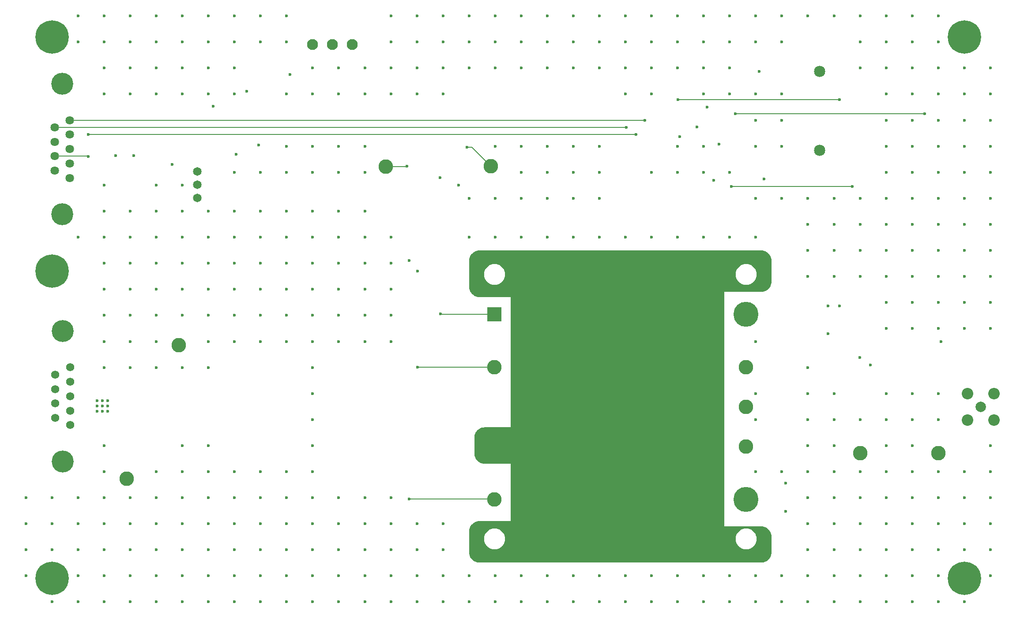
<source format=gbr>
%TF.GenerationSoftware,KiCad,Pcbnew,8.0.6*%
%TF.CreationDate,2025-06-02T13:03:20-04:00*%
%TF.ProjectId,CAEN_NEVIS_DAQ_3p3V,4341454e-5f4e-4455-9649-535f4441515f,rev?*%
%TF.SameCoordinates,Original*%
%TF.FileFunction,Copper,L4,Inr*%
%TF.FilePolarity,Positive*%
%FSLAX46Y46*%
G04 Gerber Fmt 4.6, Leading zero omitted, Abs format (unit mm)*
G04 Created by KiCad (PCBNEW 8.0.6) date 2025-06-02 13:03:20*
%MOMM*%
%LPD*%
G01*
G04 APERTURE LIST*
%TA.AperFunction,ComponentPad*%
%ADD10C,2.800000*%
%TD*%
%TA.AperFunction,ComponentPad*%
%ADD11C,6.400000*%
%TD*%
%TA.AperFunction,ComponentPad*%
%ADD12R,2.800000X2.800000*%
%TD*%
%TA.AperFunction,ComponentPad*%
%ADD13C,4.800000*%
%TD*%
%TA.AperFunction,ComponentPad*%
%ADD14C,2.159000*%
%TD*%
%TA.AperFunction,ComponentPad*%
%ADD15C,1.650000*%
%TD*%
%TA.AperFunction,ComponentPad*%
%ADD16C,1.635000*%
%TD*%
%TA.AperFunction,ComponentPad*%
%ADD17C,4.216000*%
%TD*%
%TA.AperFunction,ComponentPad*%
%ADD18C,2.006600*%
%TD*%
%TA.AperFunction,ComponentPad*%
%ADD19C,2.209800*%
%TD*%
%TA.AperFunction,ComponentPad*%
%ADD20C,1.560000*%
%TD*%
%TA.AperFunction,ComponentPad*%
%ADD21C,2.100000*%
%TD*%
%TA.AperFunction,ViaPad*%
%ADD22C,0.600000*%
%TD*%
%TA.AperFunction,ViaPad*%
%ADD23C,1.000000*%
%TD*%
%TA.AperFunction,Conductor*%
%ADD24C,0.200000*%
%TD*%
G04 APERTURE END LIST*
D10*
%TO.N,/V_SEC_RTN*%
%TO.C,Secondary RTN*%
X79340000Y-88210000D03*
%TD*%
%TO.N,/V_SEC_IN*%
%TO.C,Secondary PWR*%
X69340000Y-113850000D03*
%TD*%
D11*
%TO.N,GNDPWR*%
%TO.C,H5*%
X55000000Y-74000000D03*
%TD*%
D10*
%TO.N,/V_3p3_RTN*%
%TO.C,3.3V RTN*%
X210000000Y-109000000D03*
%TD*%
%TO.N,/V_3p3_Supply*%
%TO.C,3.3V*%
X225000000Y-109000000D03*
%TD*%
D12*
%TO.N,/Main_Converter/p12V*%
%TO.C,U1*%
X139890000Y-82255000D03*
D10*
%TO.N,Net-(U1-ON{slash}OFF)*%
X139890000Y-92415000D03*
%TO.N,GNDPWR*%
X139890000Y-107655000D03*
%TO.N,/Main_Converter/p12V_rtn*%
X139890000Y-117815000D03*
D13*
%TO.N,/V_3p3_RTN*%
X188140000Y-117815000D03*
D10*
X188140000Y-107655000D03*
%TO.N,unconnected-(U1-TRIM-Pad7)*%
X188140000Y-100035000D03*
%TO.N,/V_3p3_*%
X188140000Y-92415000D03*
D13*
X188140000Y-82255000D03*
%TD*%
D10*
%TO.N,/V_TELEM_RTN*%
%TO.C,TELEM RTN*%
X119060000Y-53890000D03*
%TD*%
%TO.N,/V_TELEM*%
%TO.C,TELEM PWR*%
X139140000Y-53870000D03*
%TD*%
D14*
%TO.N,Net-(M3-Pad3)*%
%TO.C,P2*%
X202210000Y-50790000D03*
%TD*%
%TO.N,Net-(P1-Pad1)*%
%TO.C,P1*%
X202250000Y-35660000D03*
%TD*%
D15*
%TO.N,Net-(U6-R)*%
%TO.C,J5*%
X82850000Y-59910000D03*
%TO.N,/EN_SIG*%
X82850000Y-57370000D03*
%TO.N,Net-(J5-Pad3)*%
X82850000Y-54830000D03*
%TD*%
D16*
%TO.N,/EN+*%
%TO.C,J4*%
X58400000Y-56090000D03*
%TO.N,/EN-*%
X58400000Y-53320000D03*
%TO.N,unconnected-(J4-Pad3)*%
X58400000Y-50550000D03*
%TO.N,/V_TELEM_RTN*%
X58400000Y-47780000D03*
%TO.N,/TEMP_Mon*%
X58400000Y-45010000D03*
%TO.N,/V_TELEM_RTN*%
X55560000Y-54705000D03*
%TO.N,/Volt_Mon*%
X55560000Y-51935000D03*
%TO.N,/V_TELEM_RTN*%
X55560000Y-49165000D03*
%TO.N,/Curr_Mon*%
X55560000Y-46395000D03*
D17*
%TO.N,GNDPWR*%
X56980000Y-38050000D03*
X56980000Y-63050000D03*
%TD*%
D18*
%TO.N,/V_3p3_Supply*%
%TO.C,J3*%
X233167999Y-100035000D03*
D19*
%TO.N,/V_3p3_RTN*%
X235707999Y-97495000D03*
X230627999Y-97495000D03*
X230627999Y-102575000D03*
X235707999Y-102575000D03*
%TD*%
D20*
%TO.N,/V_SEC_RTN*%
%TO.C,J2*%
X58480000Y-92490000D03*
X58480000Y-95260000D03*
%TO.N,unconnected-(J2-Pad3)*%
X58480000Y-98030000D03*
%TO.N,/V_SEC_RTN*%
X58480000Y-100800000D03*
X58480000Y-103570000D03*
%TO.N,/V_SEC_IN*%
X55640000Y-93875000D03*
X55640000Y-96645000D03*
X55640000Y-99415000D03*
X55640000Y-102185000D03*
D17*
%TO.N,GNDPWR*%
X57060000Y-85530000D03*
X57060000Y-110530000D03*
%TD*%
D21*
%TO.N,/V_TELEM*%
%TO.C,J1*%
X112570000Y-30510000D03*
%TO.N,/V_TELEM_RTN*%
X108760000Y-30510000D03*
%TO.N,/V_TELEM*%
X104950000Y-30510000D03*
%TD*%
D11*
%TO.N,GNDPWR*%
%TO.C,H4*%
X230000000Y-133000000D03*
%TD*%
%TO.N,GNDPWR*%
%TO.C,H3*%
X230000000Y-29000000D03*
%TD*%
%TO.N,GNDPWR*%
%TO.C,H2*%
X55000000Y-133000000D03*
%TD*%
%TO.N,GNDPWR*%
%TO.C,H1*%
X55000000Y-29000000D03*
%TD*%
D22*
%TO.N,/V_SEC_RTN*%
X195000000Y-112500000D03*
X190000000Y-112500000D03*
X190000000Y-102500000D03*
X190000000Y-97500000D03*
X190000000Y-87500000D03*
X200000000Y-92500000D03*
X200000000Y-97500000D03*
X205000000Y-97500000D03*
X200000000Y-102500000D03*
X205000000Y-102500000D03*
X210000000Y-102500000D03*
X215000000Y-97500000D03*
X225000000Y-97500000D03*
X220000000Y-97500000D03*
X215000000Y-102500000D03*
X225000000Y-102500000D03*
X220000000Y-102500000D03*
%TO.N,/V_TELEM_RTN*%
X60000000Y-30000000D03*
X60000000Y-25000000D03*
X100000000Y-30000000D03*
X100000000Y-25000000D03*
X95000000Y-30000000D03*
X95000000Y-25000000D03*
X75000000Y-25000000D03*
X80000000Y-25000000D03*
X90000000Y-25000000D03*
X65000000Y-25000000D03*
X85000000Y-25000000D03*
X70000000Y-25000000D03*
X75000000Y-30000000D03*
X80000000Y-30000000D03*
X90000000Y-30000000D03*
X65000000Y-30000000D03*
X85000000Y-30000000D03*
X70000000Y-30000000D03*
X75000000Y-40000000D03*
X65000000Y-40000000D03*
X65000000Y-35000000D03*
X75000000Y-35000000D03*
X70000000Y-35000000D03*
X70000000Y-40000000D03*
X90000000Y-40000000D03*
X85000000Y-35000000D03*
X90000000Y-35000000D03*
X80000000Y-35000000D03*
X80000000Y-40000000D03*
X85000000Y-40000000D03*
X195000000Y-50000000D03*
X190000000Y-50000000D03*
X190000000Y-45000000D03*
X195000000Y-45000000D03*
X195000000Y-40000000D03*
X190000000Y-40000000D03*
X175000000Y-50000000D03*
X180000000Y-50000000D03*
X185000000Y-55000000D03*
X180000000Y-55000000D03*
X175000000Y-55000000D03*
X170000000Y-55000000D03*
X140000000Y-50000000D03*
X150000000Y-50000000D03*
X145000000Y-50000000D03*
X160000000Y-50000000D03*
X155000000Y-50000000D03*
X150000000Y-55000000D03*
X145000000Y-55000000D03*
X160000000Y-55000000D03*
X155000000Y-55000000D03*
X135000000Y-60000000D03*
X140000000Y-60000000D03*
X145000000Y-60000000D03*
X150000000Y-60000000D03*
X155000000Y-60000000D03*
X160000000Y-60000000D03*
X190000000Y-60000000D03*
X195000000Y-60000000D03*
X200000000Y-65000000D03*
X200000000Y-70000000D03*
X200000000Y-60000000D03*
X200000000Y-75000000D03*
X210000000Y-60000000D03*
X205000000Y-60000000D03*
X210000000Y-65000000D03*
X205000000Y-65000000D03*
X210000000Y-70000000D03*
X205000000Y-70000000D03*
X210000000Y-75000000D03*
X205000000Y-75000000D03*
X235000000Y-85000000D03*
X220000000Y-85000000D03*
X225000000Y-85000000D03*
X225000000Y-80000000D03*
X215000000Y-85000000D03*
X235000000Y-80000000D03*
X230000000Y-85000000D03*
X220000000Y-80000000D03*
X230000000Y-80000000D03*
X215000000Y-80000000D03*
X235000000Y-75000000D03*
X220000000Y-75000000D03*
X225000000Y-75000000D03*
X225000000Y-70000000D03*
X215000000Y-75000000D03*
X235000000Y-70000000D03*
X230000000Y-75000000D03*
X220000000Y-70000000D03*
X230000000Y-70000000D03*
X215000000Y-70000000D03*
X235000000Y-65000000D03*
X220000000Y-65000000D03*
X225000000Y-65000000D03*
X225000000Y-60000000D03*
X215000000Y-65000000D03*
X235000000Y-60000000D03*
X230000000Y-65000000D03*
X220000000Y-60000000D03*
X230000000Y-60000000D03*
X215000000Y-60000000D03*
X230000000Y-55000000D03*
X215000000Y-55000000D03*
X235000000Y-55000000D03*
X220000000Y-55000000D03*
X225000000Y-55000000D03*
X230000000Y-50000000D03*
X215000000Y-50000000D03*
X235000000Y-50000000D03*
X220000000Y-50000000D03*
X225000000Y-50000000D03*
X230000000Y-45000000D03*
X215000000Y-45000000D03*
X235000000Y-45000000D03*
X220000000Y-45000000D03*
X225000000Y-45000000D03*
X215000000Y-40000000D03*
X220000000Y-40000000D03*
X235000000Y-40000000D03*
X230000000Y-40000000D03*
X225000000Y-40000000D03*
X235000000Y-35000000D03*
X230000000Y-35000000D03*
X225000000Y-25000000D03*
X225000000Y-35000000D03*
X225000000Y-30000000D03*
X205000000Y-25000000D03*
X200000000Y-25000000D03*
X215000000Y-35000000D03*
X220000000Y-25000000D03*
X220000000Y-30000000D03*
X210000000Y-25000000D03*
X215000000Y-30000000D03*
X210000000Y-30000000D03*
X220000000Y-35000000D03*
X210000000Y-35000000D03*
X215000000Y-25000000D03*
X195000000Y-25000000D03*
X195000000Y-30000000D03*
X190000000Y-30000000D03*
X190000000Y-25000000D03*
X180000000Y-40000000D03*
X185000000Y-40000000D03*
X180000000Y-25000000D03*
X185000000Y-25000000D03*
X175000000Y-25000000D03*
X185000000Y-30000000D03*
X180000000Y-30000000D03*
X175000000Y-30000000D03*
X185000000Y-35000000D03*
X180000000Y-35000000D03*
X175000000Y-35000000D03*
X170000000Y-25000000D03*
X165000000Y-25000000D03*
X145000000Y-25000000D03*
X140000000Y-25000000D03*
X160000000Y-25000000D03*
X130000000Y-25000000D03*
X155000000Y-25000000D03*
X150000000Y-25000000D03*
X135000000Y-25000000D03*
X125000000Y-25000000D03*
X120000000Y-25000000D03*
X170000000Y-30000000D03*
X165000000Y-30000000D03*
X145000000Y-30000000D03*
X140000000Y-30000000D03*
X160000000Y-30000000D03*
X130000000Y-30000000D03*
X155000000Y-30000000D03*
X150000000Y-30000000D03*
X135000000Y-30000000D03*
X125000000Y-30000000D03*
X120000000Y-30000000D03*
X130000000Y-35000000D03*
X135000000Y-35000000D03*
X120000000Y-35000000D03*
X125000000Y-35000000D03*
X115000000Y-35000000D03*
X105000000Y-35000000D03*
X110000000Y-35000000D03*
X155000000Y-35000000D03*
X150000000Y-35000000D03*
X170000000Y-35000000D03*
X160000000Y-35000000D03*
X145000000Y-35000000D03*
X140000000Y-35000000D03*
X165000000Y-35000000D03*
X170000000Y-40000000D03*
X165000000Y-40000000D03*
X120000000Y-40000000D03*
X125000000Y-40000000D03*
X130000000Y-40000000D03*
X115000000Y-40000000D03*
X100000000Y-40000000D03*
X105000000Y-40000000D03*
X110000000Y-40000000D03*
X115000000Y-50000000D03*
X100000000Y-50000000D03*
X105000000Y-50000000D03*
X110000000Y-50000000D03*
X110000000Y-55000000D03*
X100000000Y-55000000D03*
X95000000Y-55000000D03*
X115000000Y-55000000D03*
X105000000Y-55000000D03*
X90000000Y-55000000D03*
X80000000Y-57500000D03*
X75000000Y-57500000D03*
X65000000Y-57500000D03*
X60000000Y-67500000D03*
X105000000Y-62500000D03*
X115000000Y-62500000D03*
X90000000Y-62500000D03*
X85000000Y-62500000D03*
X100000000Y-62500000D03*
X95000000Y-62500000D03*
X110000000Y-62500000D03*
X70000000Y-62500000D03*
X80000000Y-62500000D03*
X75000000Y-62500000D03*
X65000000Y-62500000D03*
X105000000Y-67500000D03*
X115000000Y-67500000D03*
X90000000Y-67500000D03*
X85000000Y-67500000D03*
X100000000Y-67500000D03*
X95000000Y-67500000D03*
X110000000Y-67500000D03*
X70000000Y-67500000D03*
X80000000Y-67500000D03*
X75000000Y-67500000D03*
X65000000Y-67500000D03*
%TO.N,/V_SEC_RTN*%
X120000000Y-72500000D03*
%TO.N,/V_TELEM_RTN*%
X110000000Y-72500000D03*
X115000000Y-72500000D03*
X105000000Y-72500000D03*
X90000000Y-72500000D03*
X100000000Y-72500000D03*
X95000000Y-72500000D03*
X85000000Y-72500000D03*
X80000000Y-72500000D03*
X75000000Y-72500000D03*
X70000000Y-72500000D03*
X65000000Y-72500000D03*
%TO.N,/V_SEC_RTN*%
X185000000Y-67500000D03*
X175000000Y-67500000D03*
X180000000Y-67500000D03*
X190000000Y-67500000D03*
X170000000Y-67500000D03*
X160000000Y-67500000D03*
X165000000Y-67500000D03*
X155000000Y-67500000D03*
X150000000Y-67500000D03*
X145000000Y-67500000D03*
X140000000Y-67500000D03*
X135000000Y-67500000D03*
X120000000Y-67500000D03*
X105000000Y-92500000D03*
X80000000Y-92500000D03*
X85000000Y-92500000D03*
X65000000Y-92500000D03*
X75000000Y-92500000D03*
X70000000Y-92500000D03*
X95000000Y-82500000D03*
X115000000Y-77500000D03*
X90000000Y-87500000D03*
X75000000Y-87500000D03*
X100000000Y-87500000D03*
X70000000Y-87500000D03*
X65000000Y-87500000D03*
X115000000Y-87500000D03*
X70000000Y-77500000D03*
X95000000Y-87500000D03*
X65000000Y-82500000D03*
X110000000Y-87500000D03*
X65000000Y-77500000D03*
X105000000Y-87500000D03*
X120000000Y-87500000D03*
X85000000Y-87500000D03*
X90000000Y-82500000D03*
X105000000Y-82500000D03*
X85000000Y-82500000D03*
X110000000Y-82500000D03*
X100000000Y-77500000D03*
X100000000Y-82500000D03*
X105000000Y-77500000D03*
X90000000Y-77500000D03*
X95000000Y-77500000D03*
X110000000Y-77500000D03*
X75000000Y-77500000D03*
X70000000Y-82500000D03*
X120000000Y-82500000D03*
X85000000Y-77500000D03*
X80000000Y-77500000D03*
X120000000Y-77500000D03*
X115000000Y-82500000D03*
X75000000Y-82500000D03*
X80000000Y-82500000D03*
X105000000Y-97500000D03*
X105000000Y-102500000D03*
X105000000Y-107500000D03*
X80000000Y-107500000D03*
X85000000Y-107500000D03*
X65000000Y-107500000D03*
X65000000Y-112500000D03*
X75000000Y-112500000D03*
X95000000Y-112500000D03*
X90000000Y-112500000D03*
X100000000Y-112500000D03*
X80000000Y-112500000D03*
X105000000Y-112500000D03*
X85000000Y-112500000D03*
X95000000Y-117500000D03*
X95000000Y-127500000D03*
X115000000Y-122500000D03*
X110000000Y-117500000D03*
X110000000Y-127500000D03*
X100000000Y-127500000D03*
X105000000Y-122500000D03*
X100000000Y-117500000D03*
X95000000Y-122500000D03*
X110000000Y-122500000D03*
X105000000Y-127500000D03*
X105000000Y-117500000D03*
X100000000Y-122500000D03*
X115000000Y-117500000D03*
X120000000Y-117500000D03*
X130000000Y-127500000D03*
X120000000Y-122500000D03*
X115000000Y-127500000D03*
X130000000Y-122500000D03*
X125000000Y-122500000D03*
X120000000Y-127500000D03*
X125000000Y-127500000D03*
X90000000Y-122500000D03*
X85000000Y-117500000D03*
X85000000Y-127500000D03*
X75000000Y-127500000D03*
X80000000Y-122500000D03*
X75000000Y-117500000D03*
X85000000Y-122500000D03*
X80000000Y-127500000D03*
X80000000Y-117500000D03*
X75000000Y-122500000D03*
X90000000Y-117500000D03*
X90000000Y-127500000D03*
X70000000Y-117500000D03*
X70000000Y-127500000D03*
X70000000Y-122500000D03*
X65000000Y-117500000D03*
X65000000Y-127500000D03*
X65000000Y-122500000D03*
X60000000Y-117500000D03*
X60000000Y-127500000D03*
X60000000Y-122500000D03*
X55000000Y-117500000D03*
X55000000Y-127500000D03*
X55000000Y-122500000D03*
X50000000Y-117500000D03*
X50000000Y-122500000D03*
X50000000Y-127500000D03*
X50000000Y-132500000D03*
X55000000Y-137500000D03*
X125000000Y-132500000D03*
X110000000Y-132500000D03*
X130000000Y-132500000D03*
X155000000Y-132500000D03*
X120000000Y-132500000D03*
X160000000Y-132500000D03*
X150000000Y-132500000D03*
X145000000Y-132500000D03*
X115000000Y-132500000D03*
X165000000Y-132500000D03*
X140000000Y-132500000D03*
X135000000Y-132500000D03*
X105000000Y-132500000D03*
X95000000Y-132500000D03*
X85000000Y-132500000D03*
X90000000Y-132500000D03*
X75000000Y-132500000D03*
X100000000Y-132500000D03*
X80000000Y-132500000D03*
X70000000Y-132500000D03*
X65000000Y-132500000D03*
X60000000Y-132500000D03*
X180000000Y-132500000D03*
X195000000Y-132500000D03*
X185000000Y-132500000D03*
X170000000Y-132500000D03*
X175000000Y-132500000D03*
X190000000Y-132500000D03*
X210000000Y-132500000D03*
X215000000Y-132500000D03*
X200000000Y-132500000D03*
X205000000Y-132500000D03*
X220000000Y-132500000D03*
X225000000Y-132500000D03*
X220000000Y-107500000D03*
X215000000Y-107500000D03*
X200000000Y-107500000D03*
X205000000Y-107500000D03*
X200000000Y-122500000D03*
X200000000Y-127500000D03*
X200000000Y-117500000D03*
X200000000Y-112500000D03*
X205000000Y-122500000D03*
X205000000Y-127500000D03*
X205000000Y-117500000D03*
X205000000Y-112500000D03*
X210000000Y-122500000D03*
X210000000Y-127500000D03*
X210000000Y-117500000D03*
X210000000Y-112500000D03*
X215000000Y-122500000D03*
X215000000Y-127500000D03*
X215000000Y-117500000D03*
X215000000Y-112500000D03*
X220000000Y-122500000D03*
X220000000Y-127500000D03*
X220000000Y-117500000D03*
X220000000Y-112500000D03*
X225000000Y-122500000D03*
X225000000Y-127500000D03*
X225000000Y-117500000D03*
X225000000Y-112500000D03*
X230000000Y-122500000D03*
X230000000Y-127500000D03*
X230000000Y-117500000D03*
X230000000Y-112500000D03*
X235000000Y-112500000D03*
X235000000Y-107500000D03*
X235000000Y-122500000D03*
X235000000Y-117500000D03*
X235000000Y-127500000D03*
X235000000Y-132500000D03*
X225000000Y-137500000D03*
X230000000Y-137500000D03*
X220000000Y-137500000D03*
X205000000Y-137500000D03*
X190000000Y-137500000D03*
X210000000Y-137500000D03*
X200000000Y-137500000D03*
X195000000Y-137500000D03*
X215000000Y-137500000D03*
X185000000Y-137500000D03*
X175000000Y-137500000D03*
X165000000Y-137500000D03*
X170000000Y-137500000D03*
X155000000Y-137500000D03*
X180000000Y-137500000D03*
X160000000Y-137500000D03*
X150000000Y-137500000D03*
X145000000Y-137500000D03*
X140000000Y-137500000D03*
X135000000Y-137500000D03*
X125000000Y-137500000D03*
X130000000Y-137500000D03*
X115000000Y-137500000D03*
X120000000Y-137500000D03*
X110000000Y-137500000D03*
X105000000Y-137500000D03*
X100000000Y-137500000D03*
X95000000Y-137500000D03*
X90000000Y-137500000D03*
X85000000Y-137500000D03*
X80000000Y-137500000D03*
X75000000Y-137500000D03*
X70000000Y-137500000D03*
X65000000Y-137500000D03*
X60000000Y-137500000D03*
D23*
%TO.N,GNDPWR*%
X165600000Y-120000000D03*
X160600000Y-125000000D03*
X145600000Y-125000000D03*
X155600000Y-120000000D03*
X175600000Y-120000000D03*
X155600000Y-125000000D03*
X165600000Y-125000000D03*
X170600000Y-120000000D03*
X145600000Y-120000000D03*
X160600000Y-120000000D03*
X180600000Y-125000000D03*
X175600000Y-125000000D03*
X170600000Y-125000000D03*
X150600000Y-125000000D03*
X150600000Y-115000000D03*
X150600000Y-120000000D03*
X145600000Y-115000000D03*
X165600000Y-115000000D03*
X175600000Y-115000000D03*
X170600000Y-115000000D03*
X155600000Y-115000000D03*
X180600000Y-120000000D03*
X180600000Y-115000000D03*
X160600000Y-115000000D03*
X155600000Y-105000000D03*
X160600000Y-105000000D03*
X170600000Y-105000000D03*
X160600000Y-110000000D03*
X175600000Y-105000000D03*
X165600000Y-105000000D03*
X180600000Y-110000000D03*
X155600000Y-110000000D03*
X160600000Y-95000000D03*
X155600000Y-95000000D03*
X145600000Y-105000000D03*
X165600000Y-110000000D03*
X145600000Y-110000000D03*
X180600000Y-105000000D03*
X175600000Y-110000000D03*
X170600000Y-110000000D03*
X150600000Y-110000000D03*
X150600000Y-105000000D03*
X165600000Y-95000000D03*
X175600000Y-95000000D03*
X180600000Y-100000000D03*
X160600000Y-100000000D03*
X170600000Y-95000000D03*
X145600000Y-95000000D03*
X145600000Y-100000000D03*
X180600000Y-95000000D03*
X175600000Y-100000000D03*
X170600000Y-100000000D03*
X150600000Y-100000000D03*
X150600000Y-95000000D03*
X155600000Y-100000000D03*
X165600000Y-100000000D03*
X160600000Y-85000000D03*
X155600000Y-85000000D03*
X165600000Y-85000000D03*
X175600000Y-85000000D03*
X180600000Y-90000000D03*
X160600000Y-90000000D03*
X170600000Y-85000000D03*
X145600000Y-85000000D03*
X145600000Y-90000000D03*
X180600000Y-85000000D03*
X175600000Y-90000000D03*
X170600000Y-90000000D03*
X150600000Y-90000000D03*
X150600000Y-85000000D03*
X155600000Y-90000000D03*
X165600000Y-90000000D03*
X160600000Y-80000000D03*
X155600000Y-80000000D03*
X165600000Y-80000000D03*
X175600000Y-80000000D03*
X170600000Y-80000000D03*
X145600000Y-80000000D03*
X180600000Y-80000000D03*
X150600000Y-80000000D03*
X180600000Y-75000000D03*
X175600000Y-75000000D03*
X165600000Y-75000000D03*
X170600000Y-75000000D03*
X155600000Y-75000000D03*
X160600000Y-75000000D03*
X150600000Y-75000000D03*
X145600000Y-75000000D03*
D22*
%TO.N,/Main_Converter/p12V*%
X129510000Y-82250000D03*
%TO.N,/Curr_Mon*%
X165180000Y-46395000D03*
%TO.N,/Volt_Mon*%
X167060000Y-47780000D03*
X61950000Y-47780000D03*
X61950000Y-51940000D03*
%TO.N,/TEMP_Mon*%
X168740000Y-45010000D03*
%TO.N,/V_3p3_RTN*%
X195740000Y-114710000D03*
%TO.N,GNDPWR*%
X195740000Y-120100000D03*
%TO.N,/V_TELEM_RTN*%
X175370000Y-48180000D03*
%TO.N,/Telemetry_CKT/V_3p3*%
X178720000Y-46280000D03*
%TO.N,/V_TELEM_RTN*%
X180680000Y-42480000D03*
%TO.N,/Telemetry_CKT/TEMP*%
X175110000Y-41070000D03*
X206020000Y-41070000D03*
X206016577Y-80710531D03*
%TO.N,/V_TELEM*%
X190660000Y-35650000D03*
%TO.N,/V_TELEM_RTN*%
X191550000Y-56280000D03*
X182970000Y-49590000D03*
%TO.N,Net-(U4A-+INA)*%
X186060000Y-43740000D03*
X222360000Y-43780000D03*
%TO.N,/V_TELEM_RTN*%
X203895000Y-86000000D03*
X225490000Y-87530000D03*
%TO.N,Net-(U3-OUT)*%
X185330000Y-57730000D03*
X208500000Y-57730000D03*
%TO.N,/V_TELEM*%
X203895000Y-80705000D03*
%TO.N,/V_TELEM_RTN*%
X90290000Y-51528750D03*
%TO.N,/Telemetry_CKT/V_3p3*%
X78060000Y-53520000D03*
%TO.N,/V_TELEM_RTN*%
X67240000Y-51790000D03*
%TO.N,/Telemetry_CKT/V_3p3*%
X70660000Y-51810000D03*
%TO.N,/V_TELEM*%
X94625000Y-49768750D03*
%TO.N,/V_TELEM_RTN*%
X85925000Y-42348750D03*
%TO.N,/Main_Converter/p12V_rtn*%
X123515000Y-117775000D03*
%TO.N,Net-(U1-ON{slash}OFF)*%
X125115000Y-92445000D03*
%TO.N,/V_TELEM_RTN*%
X100620000Y-36243750D03*
%TO.N,/Telemetry_CKT/V_3p3*%
X92320000Y-39413750D03*
%TO.N,/V_TELEM_RTN*%
X181920000Y-56560000D03*
%TO.N,/Telemetry_CKT/V_3p3*%
X209942500Y-90557500D03*
%TO.N,/V_TELEM_RTN*%
X211992500Y-92067500D03*
%TO.N,/Main_Converter/p12V_rtn*%
X123515000Y-71945000D03*
%TO.N,Net-(U1-ON{slash}OFF)*%
X125115000Y-73965000D03*
%TO.N,/V_TELEM*%
X132995000Y-57515000D03*
%TO.N,/V_TELEM_RTN*%
X123085000Y-53875000D03*
X129445000Y-56015000D03*
%TO.N,/V_TELEM*%
X134635000Y-50235000D03*
%TO.N,/V_SEC_RTN*%
X65640000Y-100915000D03*
X65640000Y-99915000D03*
X65640000Y-98915000D03*
X64640000Y-98915000D03*
X64640000Y-99915000D03*
X64640000Y-100915000D03*
X63640000Y-100915000D03*
X63640000Y-99915000D03*
X63640000Y-98915000D03*
%TD*%
D24*
%TO.N,/Main_Converter/p12V*%
X129515000Y-82255000D02*
X129510000Y-82250000D01*
X139890000Y-82255000D02*
X129515000Y-82255000D01*
%TO.N,/Volt_Mon*%
X165190000Y-47780000D02*
X167060000Y-47780000D01*
X61950000Y-47780000D02*
X165190000Y-47780000D01*
X61945000Y-51935000D02*
X61950000Y-51940000D01*
X55560000Y-51935000D02*
X61945000Y-51935000D01*
%TO.N,/Curr_Mon*%
X55560000Y-46395000D02*
X165180000Y-46395000D01*
%TO.N,/TEMP_Mon*%
X58400000Y-45010000D02*
X168740000Y-45010000D01*
%TO.N,/Telemetry_CKT/TEMP*%
X206020000Y-41070000D02*
X175110000Y-41070000D01*
%TO.N,Net-(U4A-+INA)*%
X186100000Y-43780000D02*
X186060000Y-43740000D01*
X222360000Y-43780000D02*
X186100000Y-43780000D01*
%TO.N,Net-(U3-OUT)*%
X185330000Y-57730000D02*
X185320000Y-57730000D01*
X208500000Y-57730000D02*
X185330000Y-57730000D01*
%TO.N,/V_TELEM*%
X135505000Y-50235000D02*
X139140000Y-53870000D01*
X134635000Y-50235000D02*
X135505000Y-50235000D01*
%TO.N,/V_TELEM_RTN*%
X123070000Y-53890000D02*
X119060000Y-53890000D01*
%TO.N,/Main_Converter/p12V_rtn*%
X139850000Y-117775000D02*
X139890000Y-117815000D01*
X123515000Y-117775000D02*
X139850000Y-117775000D01*
%TO.N,Net-(U1-ON{slash}OFF)*%
X139860000Y-92445000D02*
X139890000Y-92415000D01*
X125115000Y-92445000D02*
X139860000Y-92445000D01*
%TO.N,/V_TELEM_RTN*%
X123080000Y-53870000D02*
X123085000Y-53875000D01*
%TD*%
%TA.AperFunction,Conductor*%
%TO.N,GNDPWR*%
G36*
X191004418Y-70000316D02*
G01*
X191275790Y-70019724D01*
X191293291Y-70022241D01*
X191554803Y-70079129D01*
X191571762Y-70084108D01*
X191822524Y-70177638D01*
X191838616Y-70184987D01*
X192073501Y-70313244D01*
X192088375Y-70322802D01*
X192302624Y-70483188D01*
X192315994Y-70494774D01*
X192505225Y-70684005D01*
X192516811Y-70697375D01*
X192677193Y-70911619D01*
X192686758Y-70926503D01*
X192815011Y-71161382D01*
X192822361Y-71177475D01*
X192915888Y-71428229D01*
X192920872Y-71445205D01*
X192977757Y-71706702D01*
X192980275Y-71724214D01*
X192999684Y-71995581D01*
X193000000Y-72004427D01*
X193000000Y-75995572D01*
X192999684Y-76004418D01*
X192980275Y-76275785D01*
X192977757Y-76293297D01*
X192920872Y-76554794D01*
X192915888Y-76571770D01*
X192822361Y-76822524D01*
X192815011Y-76838617D01*
X192686758Y-77073496D01*
X192677193Y-77088380D01*
X192516811Y-77302624D01*
X192505225Y-77315994D01*
X192315994Y-77505225D01*
X192302624Y-77516811D01*
X192088380Y-77677193D01*
X192073496Y-77686758D01*
X191838617Y-77815011D01*
X191822524Y-77822361D01*
X191571770Y-77915888D01*
X191554794Y-77920872D01*
X191293297Y-77977757D01*
X191275785Y-77980275D01*
X191004418Y-77999684D01*
X190995572Y-78000000D01*
X184000000Y-78000000D01*
X184000000Y-123000000D01*
X190995572Y-123000000D01*
X191004418Y-123000316D01*
X191275790Y-123019724D01*
X191293291Y-123022241D01*
X191554803Y-123079129D01*
X191571762Y-123084108D01*
X191822087Y-123177475D01*
X191822524Y-123177638D01*
X191838616Y-123184987D01*
X192073501Y-123313244D01*
X192088375Y-123322802D01*
X192240303Y-123436535D01*
X192302624Y-123483188D01*
X192315994Y-123494774D01*
X192505225Y-123684005D01*
X192516811Y-123697375D01*
X192677193Y-123911619D01*
X192686758Y-123926503D01*
X192815011Y-124161382D01*
X192822361Y-124177475D01*
X192915888Y-124428229D01*
X192920872Y-124445205D01*
X192977757Y-124706702D01*
X192980275Y-124724214D01*
X192999684Y-124995581D01*
X193000000Y-125004427D01*
X193000000Y-127995572D01*
X192999684Y-128004418D01*
X192980275Y-128275785D01*
X192977757Y-128293297D01*
X192920872Y-128554794D01*
X192915888Y-128571770D01*
X192822361Y-128822524D01*
X192815011Y-128838617D01*
X192686758Y-129073496D01*
X192677193Y-129088380D01*
X192516811Y-129302624D01*
X192505225Y-129315994D01*
X192315994Y-129505225D01*
X192302624Y-129516811D01*
X192088380Y-129677193D01*
X192073496Y-129686758D01*
X191838617Y-129815011D01*
X191822524Y-129822361D01*
X191571770Y-129915888D01*
X191554794Y-129920872D01*
X191293297Y-129977757D01*
X191275785Y-129980275D01*
X191004418Y-129999684D01*
X190995572Y-130000000D01*
X137004428Y-130000000D01*
X136995582Y-129999684D01*
X136724214Y-129980275D01*
X136706702Y-129977757D01*
X136445205Y-129920872D01*
X136428229Y-129915888D01*
X136177475Y-129822361D01*
X136161382Y-129815011D01*
X135926503Y-129686758D01*
X135911619Y-129677193D01*
X135697375Y-129516811D01*
X135684005Y-129505225D01*
X135494774Y-129315994D01*
X135483188Y-129302624D01*
X135322802Y-129088375D01*
X135313244Y-129073501D01*
X135184987Y-128838616D01*
X135177638Y-128822524D01*
X135084108Y-128571762D01*
X135079129Y-128554803D01*
X135022241Y-128293291D01*
X135019724Y-128275785D01*
X135000316Y-128004418D01*
X135000000Y-127995572D01*
X135000000Y-125303872D01*
X137889500Y-125303872D01*
X137889500Y-125566127D01*
X137916123Y-125768339D01*
X137923730Y-125826116D01*
X137991602Y-126079418D01*
X137991605Y-126079428D01*
X138091953Y-126321690D01*
X138091958Y-126321700D01*
X138223075Y-126548803D01*
X138382718Y-126756851D01*
X138382726Y-126756860D01*
X138568140Y-126942274D01*
X138568148Y-126942281D01*
X138776196Y-127101924D01*
X139003299Y-127233041D01*
X139003309Y-127233046D01*
X139245571Y-127333394D01*
X139245581Y-127333398D01*
X139498884Y-127401270D01*
X139758880Y-127435500D01*
X139758887Y-127435500D01*
X140021113Y-127435500D01*
X140021120Y-127435500D01*
X140281116Y-127401270D01*
X140534419Y-127333398D01*
X140776697Y-127233043D01*
X141003803Y-127101924D01*
X141211851Y-126942282D01*
X141211855Y-126942277D01*
X141211860Y-126942274D01*
X141397274Y-126756860D01*
X141397277Y-126756855D01*
X141397282Y-126756851D01*
X141556924Y-126548803D01*
X141688043Y-126321697D01*
X141788398Y-126079419D01*
X141856270Y-125826116D01*
X141890500Y-125566120D01*
X141890500Y-125303880D01*
X141890499Y-125303872D01*
X186139500Y-125303872D01*
X186139500Y-125566127D01*
X186166123Y-125768339D01*
X186173730Y-125826116D01*
X186241602Y-126079418D01*
X186241605Y-126079428D01*
X186341953Y-126321690D01*
X186341958Y-126321700D01*
X186473075Y-126548803D01*
X186632718Y-126756851D01*
X186632726Y-126756860D01*
X186818140Y-126942274D01*
X186818148Y-126942281D01*
X187026196Y-127101924D01*
X187253299Y-127233041D01*
X187253309Y-127233046D01*
X187495571Y-127333394D01*
X187495581Y-127333398D01*
X187748884Y-127401270D01*
X188008880Y-127435500D01*
X188008887Y-127435500D01*
X188271113Y-127435500D01*
X188271120Y-127435500D01*
X188531116Y-127401270D01*
X188784419Y-127333398D01*
X189026697Y-127233043D01*
X189253803Y-127101924D01*
X189461851Y-126942282D01*
X189461855Y-126942277D01*
X189461860Y-126942274D01*
X189647274Y-126756860D01*
X189647277Y-126756855D01*
X189647282Y-126756851D01*
X189806924Y-126548803D01*
X189938043Y-126321697D01*
X190038398Y-126079419D01*
X190106270Y-125826116D01*
X190140500Y-125566120D01*
X190140500Y-125303880D01*
X190106270Y-125043884D01*
X190038398Y-124790581D01*
X190003654Y-124706702D01*
X189938046Y-124548309D01*
X189938041Y-124548299D01*
X189806924Y-124321196D01*
X189647281Y-124113148D01*
X189647274Y-124113140D01*
X189461860Y-123927726D01*
X189461851Y-123927718D01*
X189253803Y-123768075D01*
X189026700Y-123636958D01*
X189026690Y-123636953D01*
X188784428Y-123536605D01*
X188784421Y-123536603D01*
X188784419Y-123536602D01*
X188531116Y-123468730D01*
X188473339Y-123461123D01*
X188271127Y-123434500D01*
X188271120Y-123434500D01*
X188008880Y-123434500D01*
X188008872Y-123434500D01*
X187777772Y-123464926D01*
X187748884Y-123468730D01*
X187495581Y-123536602D01*
X187495571Y-123536605D01*
X187253309Y-123636953D01*
X187253299Y-123636958D01*
X187026196Y-123768075D01*
X186818148Y-123927718D01*
X186632718Y-124113148D01*
X186473075Y-124321196D01*
X186341958Y-124548299D01*
X186341953Y-124548309D01*
X186241605Y-124790571D01*
X186241602Y-124790581D01*
X186184303Y-125004427D01*
X186173730Y-125043885D01*
X186139500Y-125303872D01*
X141890499Y-125303872D01*
X141856270Y-125043884D01*
X141788398Y-124790581D01*
X141753654Y-124706702D01*
X141688046Y-124548309D01*
X141688041Y-124548299D01*
X141556924Y-124321196D01*
X141397281Y-124113148D01*
X141397274Y-124113140D01*
X141211860Y-123927726D01*
X141211851Y-123927718D01*
X141003803Y-123768075D01*
X140776700Y-123636958D01*
X140776690Y-123636953D01*
X140534428Y-123536605D01*
X140534421Y-123536603D01*
X140534419Y-123536602D01*
X140281116Y-123468730D01*
X140223339Y-123461123D01*
X140021127Y-123434500D01*
X140021120Y-123434500D01*
X139758880Y-123434500D01*
X139758872Y-123434500D01*
X139527772Y-123464926D01*
X139498884Y-123468730D01*
X139245581Y-123536602D01*
X139245571Y-123536605D01*
X139003309Y-123636953D01*
X139003299Y-123636958D01*
X138776196Y-123768075D01*
X138568148Y-123927718D01*
X138382718Y-124113148D01*
X138223075Y-124321196D01*
X138091958Y-124548299D01*
X138091953Y-124548309D01*
X137991605Y-124790571D01*
X137991602Y-124790581D01*
X137934303Y-125004427D01*
X137923730Y-125043885D01*
X137889500Y-125303872D01*
X135000000Y-125303872D01*
X135000000Y-124004427D01*
X135000316Y-123995581D01*
X135005170Y-123927718D01*
X135019724Y-123724207D01*
X135022240Y-123706710D01*
X135079130Y-123445192D01*
X135084107Y-123428241D01*
X135177640Y-123177470D01*
X135184985Y-123161388D01*
X135313248Y-122926491D01*
X135322798Y-122911630D01*
X135483195Y-122697366D01*
X135494767Y-122684012D01*
X135684012Y-122494767D01*
X135697366Y-122483195D01*
X135911630Y-122322798D01*
X135926491Y-122313248D01*
X136161388Y-122184985D01*
X136177470Y-122177640D01*
X136428241Y-122084107D01*
X136445192Y-122079130D01*
X136706710Y-122022240D01*
X136724207Y-122019724D01*
X136995582Y-122000316D01*
X137004428Y-122000000D01*
X141000000Y-122000000D01*
X143000000Y-122000000D01*
X143000000Y-111000000D01*
X141000002Y-111000000D01*
X138004428Y-111000000D01*
X137995582Y-110999684D01*
X137724214Y-110980275D01*
X137706702Y-110977757D01*
X137445205Y-110920872D01*
X137428229Y-110915888D01*
X137177475Y-110822361D01*
X137161382Y-110815011D01*
X136926503Y-110686758D01*
X136911619Y-110677193D01*
X136697375Y-110516811D01*
X136684005Y-110505225D01*
X136494774Y-110315994D01*
X136483188Y-110302624D01*
X136322802Y-110088375D01*
X136313244Y-110073501D01*
X136184987Y-109838616D01*
X136177638Y-109822524D01*
X136084108Y-109571762D01*
X136079129Y-109554803D01*
X136022241Y-109293291D01*
X136019724Y-109275785D01*
X136000316Y-109004418D01*
X136000000Y-108995572D01*
X136000000Y-106004427D01*
X136000316Y-105995581D01*
X136019724Y-105724214D01*
X136022240Y-105706710D01*
X136079130Y-105445192D01*
X136084107Y-105428241D01*
X136177640Y-105177470D01*
X136184985Y-105161388D01*
X136313248Y-104926491D01*
X136322798Y-104911630D01*
X136483195Y-104697366D01*
X136494767Y-104684012D01*
X136684012Y-104494767D01*
X136697366Y-104483195D01*
X136911630Y-104322798D01*
X136926491Y-104313248D01*
X137161388Y-104184985D01*
X137177470Y-104177640D01*
X137428241Y-104084107D01*
X137445192Y-104079130D01*
X137706710Y-104022240D01*
X137724207Y-104019724D01*
X137995582Y-104000316D01*
X138004428Y-104000000D01*
X141000000Y-104000000D01*
X143000000Y-104000000D01*
X143000000Y-79000000D01*
X141000002Y-79000000D01*
X137004428Y-79000000D01*
X136995582Y-78999684D01*
X136724214Y-78980275D01*
X136706702Y-78977757D01*
X136445205Y-78920872D01*
X136428229Y-78915888D01*
X136177475Y-78822361D01*
X136161382Y-78815011D01*
X135926503Y-78686758D01*
X135911619Y-78677193D01*
X135697375Y-78516811D01*
X135684005Y-78505225D01*
X135494774Y-78315994D01*
X135483188Y-78302624D01*
X135443794Y-78250000D01*
X135322802Y-78088375D01*
X135313244Y-78073501D01*
X135184987Y-77838616D01*
X135177638Y-77822524D01*
X135123432Y-77677193D01*
X135084108Y-77571762D01*
X135079129Y-77554803D01*
X135022241Y-77293291D01*
X135019724Y-77275785D01*
X135005256Y-77073496D01*
X135000316Y-77004418D01*
X135000000Y-76995572D01*
X135000000Y-74503872D01*
X137889500Y-74503872D01*
X137889500Y-74766127D01*
X137916123Y-74968339D01*
X137923730Y-75026116D01*
X137991602Y-75279418D01*
X137991605Y-75279428D01*
X138091953Y-75521690D01*
X138091958Y-75521700D01*
X138223075Y-75748803D01*
X138382718Y-75956851D01*
X138382726Y-75956860D01*
X138568140Y-76142274D01*
X138568148Y-76142281D01*
X138776196Y-76301924D01*
X139003299Y-76433041D01*
X139003309Y-76433046D01*
X139245571Y-76533394D01*
X139245581Y-76533398D01*
X139498884Y-76601270D01*
X139758880Y-76635500D01*
X139758887Y-76635500D01*
X140021113Y-76635500D01*
X140021120Y-76635500D01*
X140281116Y-76601270D01*
X140534419Y-76533398D01*
X140776697Y-76433043D01*
X141003803Y-76301924D01*
X141211851Y-76142282D01*
X141211855Y-76142277D01*
X141211860Y-76142274D01*
X141397274Y-75956860D01*
X141397277Y-75956855D01*
X141397282Y-75956851D01*
X141556924Y-75748803D01*
X141688043Y-75521697D01*
X141788398Y-75279419D01*
X141856270Y-75026116D01*
X141890500Y-74766120D01*
X141890500Y-74503880D01*
X141890499Y-74503872D01*
X186139500Y-74503872D01*
X186139500Y-74766127D01*
X186166123Y-74968339D01*
X186173730Y-75026116D01*
X186241602Y-75279418D01*
X186241605Y-75279428D01*
X186341953Y-75521690D01*
X186341958Y-75521700D01*
X186473075Y-75748803D01*
X186632718Y-75956851D01*
X186632726Y-75956860D01*
X186818140Y-76142274D01*
X186818148Y-76142281D01*
X187026196Y-76301924D01*
X187253299Y-76433041D01*
X187253309Y-76433046D01*
X187495571Y-76533394D01*
X187495581Y-76533398D01*
X187748884Y-76601270D01*
X188008880Y-76635500D01*
X188008887Y-76635500D01*
X188271113Y-76635500D01*
X188271120Y-76635500D01*
X188531116Y-76601270D01*
X188784419Y-76533398D01*
X189026697Y-76433043D01*
X189253803Y-76301924D01*
X189461851Y-76142282D01*
X189461855Y-76142277D01*
X189461860Y-76142274D01*
X189647274Y-75956860D01*
X189647277Y-75956855D01*
X189647282Y-75956851D01*
X189806924Y-75748803D01*
X189938043Y-75521697D01*
X190038398Y-75279419D01*
X190106270Y-75026116D01*
X190140500Y-74766120D01*
X190140500Y-74503880D01*
X190106270Y-74243884D01*
X190038398Y-73990581D01*
X190038394Y-73990571D01*
X189938046Y-73748309D01*
X189938041Y-73748299D01*
X189806924Y-73521196D01*
X189647281Y-73313148D01*
X189647274Y-73313140D01*
X189461860Y-73127726D01*
X189461851Y-73127718D01*
X189253803Y-72968075D01*
X189026700Y-72836958D01*
X189026690Y-72836953D01*
X188784428Y-72736605D01*
X188784421Y-72736603D01*
X188784419Y-72736602D01*
X188531116Y-72668730D01*
X188473339Y-72661123D01*
X188271127Y-72634500D01*
X188271120Y-72634500D01*
X188008880Y-72634500D01*
X188008872Y-72634500D01*
X187777772Y-72664926D01*
X187748884Y-72668730D01*
X187495581Y-72736602D01*
X187495571Y-72736605D01*
X187253309Y-72836953D01*
X187253299Y-72836958D01*
X187026196Y-72968075D01*
X186818148Y-73127718D01*
X186632718Y-73313148D01*
X186473075Y-73521196D01*
X186341958Y-73748299D01*
X186341953Y-73748309D01*
X186241605Y-73990571D01*
X186241602Y-73990581D01*
X186173730Y-74243885D01*
X186139500Y-74503872D01*
X141890499Y-74503872D01*
X141856270Y-74243884D01*
X141788398Y-73990581D01*
X141788394Y-73990571D01*
X141688046Y-73748309D01*
X141688041Y-73748299D01*
X141556924Y-73521196D01*
X141397281Y-73313148D01*
X141397274Y-73313140D01*
X141211860Y-73127726D01*
X141211851Y-73127718D01*
X141003803Y-72968075D01*
X140776700Y-72836958D01*
X140776690Y-72836953D01*
X140534428Y-72736605D01*
X140534421Y-72736603D01*
X140534419Y-72736602D01*
X140281116Y-72668730D01*
X140223339Y-72661123D01*
X140021127Y-72634500D01*
X140021120Y-72634500D01*
X139758880Y-72634500D01*
X139758872Y-72634500D01*
X139527772Y-72664926D01*
X139498884Y-72668730D01*
X139245581Y-72736602D01*
X139245571Y-72736605D01*
X139003309Y-72836953D01*
X139003299Y-72836958D01*
X138776196Y-72968075D01*
X138568148Y-73127718D01*
X138382718Y-73313148D01*
X138223075Y-73521196D01*
X138091958Y-73748299D01*
X138091953Y-73748309D01*
X137991605Y-73990571D01*
X137991602Y-73990581D01*
X137923730Y-74243885D01*
X137889500Y-74503872D01*
X135000000Y-74503872D01*
X135000000Y-72004427D01*
X135000316Y-71995581D01*
X135019724Y-71724214D01*
X135022240Y-71706710D01*
X135079130Y-71445192D01*
X135084107Y-71428241D01*
X135177640Y-71177470D01*
X135184985Y-71161388D01*
X135313248Y-70926491D01*
X135322798Y-70911630D01*
X135483195Y-70697366D01*
X135494767Y-70684012D01*
X135684012Y-70494767D01*
X135697366Y-70483195D01*
X135911630Y-70322798D01*
X135926491Y-70313248D01*
X136161388Y-70184985D01*
X136177470Y-70177640D01*
X136428241Y-70084107D01*
X136445192Y-70079130D01*
X136706710Y-70022240D01*
X136724207Y-70019724D01*
X136995582Y-70000316D01*
X137004428Y-70000000D01*
X190995572Y-70000000D01*
X191004418Y-70000316D01*
G37*
%TD.AperFunction*%
%TD*%
M02*

</source>
